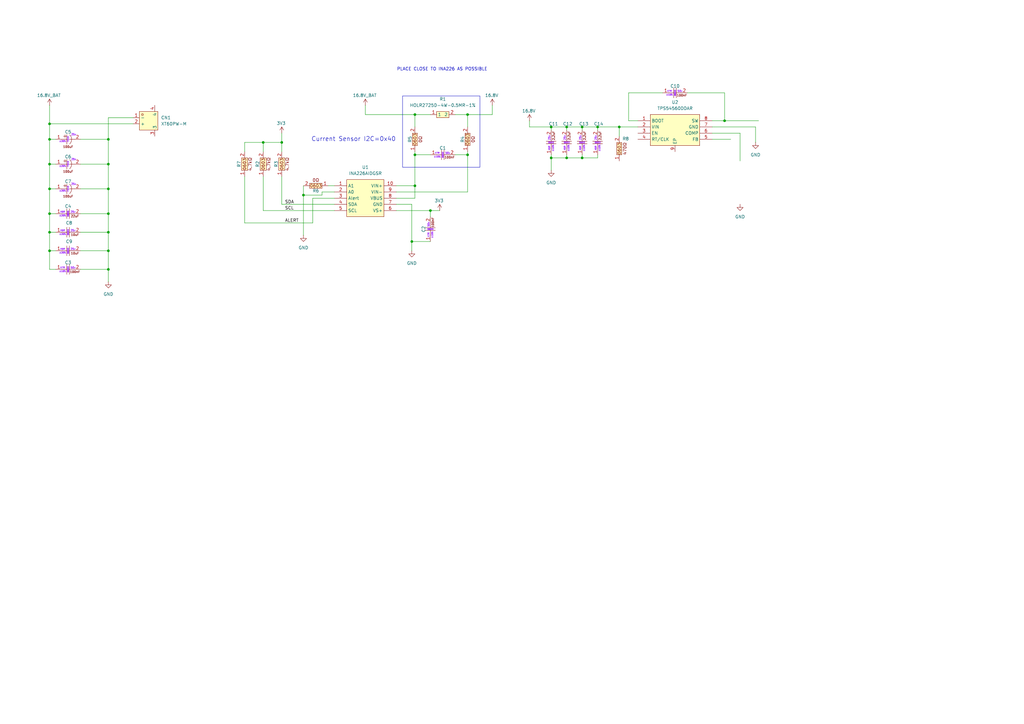
<source format=kicad_sch>
(kicad_sch (version 20250114) (generator "eeschema") (generator_version "9.0")
  (paper "A3")
  (lib_symbols
    (symbol "easyeda2kicad:0603WAF0000T5E (0ohm , 0603)"
      (property "Reference" "R" (at 0 2.032 0))
      (symbol "0603WAF0000T5E (0ohm , 0603)_0_1"
        (rectangle (start -2.54 1.02) (end 2.54 -1.02) (fill (type background)))
        (pin input line (at -5.08 0 0) (length 2.54) (name "") (number "1"))
        (pin input line (at 5.08 0 180) (length 2.54) (name "") (number "2"))
      )
      (symbol "0603WAF0000T5E (0ohm , 0603)_1_1"
        (text "0603" (at 0 0 0) (effects (font (size 1.27 1.27))))
        (text "0Ω" (at 0 -2.286 0) (effects (font (size 1.27 1.27))))
      )
    )
    (symbol "easyeda2kicad:0603WAF4423T5E (442kohm ,0603)"
      (property "Reference" "R" (at 0 5.08 0))
      (symbol "0603WAF4423T5E (442kohm ,0603)_0_1"
        (rectangle (start -2.54 1.02) (end 2.54 -1.02) (fill (type background)))
        (pin input line (at -5.08 0 0) (length 2.54) (name "") (number "1"))
        (pin input line (at 5.08 0 180) (length 2.54) (name "") (number "2"))
      )
      (symbol "0603WAF4423T5E (442kohm ,0603)_1_1"
        (text "0603" (at 0 0 0) (effects (font (size 1.27 1.27))))
        (text "470Ω" (at 0 -2.286 0) (effects (font (size 1.27 1.27))))
      )
    )
    (symbol "easyeda2kicad:CC0603KRX7R9BB104 (100nf , 0603 ,50v ,X7R)"
      (property "Reference" "C" (at 0 2.794 0))
      (symbol "CC0603KRX7R9BB104 (100nf , 0603 ,50v ,X7R)_0_1"
        (polyline (pts (xy -0.51 0) (xy -2.54 0)))
        (polyline (pts (xy -0.51 -2.03) (xy -0.51 2.03)))
        (polyline (pts (xy 0.51 2.03) (xy 0.51 -2.03)))
        (polyline (pts (xy 2.54 0) (xy 0.51 0)))
        (pin unspecified line (at -5.08 0 0) (length 2.54) (name "") (number "1"))
        (pin unspecified line (at 5.08 0 180) (length 2.54) (name "") (number "2"))
      )
      (symbol "CC0603KRX7R9BB104 (100nf , 0603 ,50v ,X7R)_1_1"
        (text "X7R" (at -2.286 0.762 0) (effects (font (size 0.635 0.635))))
        (text "±10%" (at -2.286 -0.762 0) (effects (font (size 0.635 0.635))))
        (text "0603" (at 0 0 900) (effects (font (size 0.635 0.635))))
        (text "50v" (at 2.032 0.762 0) (effects (font (size 0.762 0.762))))
        (text "100nF" (at 2.794 -1.016 0) (effects (font (size 0.889 0.889))))
      )
    )
    (symbol "easyeda2kicad:CL10A106MA8NRNC (10uf , 0603 ,25v ,X5R)"
      (property "Reference" "C" (at 0 5.08 0))
      (symbol "CL10A106MA8NRNC (10uf , 0603 ,25v ,X5R)_0_1"
        (polyline (pts (xy -0.51 0) (xy -2.54 0)))
        (polyline (pts (xy -0.51 -2.03) (xy -0.51 2.03)))
        (polyline (pts (xy 0.51 2.03) (xy 0.51 -2.03)))
        (polyline (pts (xy 2.54 0) (xy 0.51 0)))
        (pin unspecified line (at -5.08 0 0) (length 2.54) (name "") (number "1"))
        (pin unspecified line (at 5.08 0 180) (length 2.54) (name "") (number "2"))
      )
      (symbol "CL10A106MA8NRNC (10uf , 0603 ,25v ,X5R)_1_1"
        (text "X5R" (at -2.286 0.762 0) (effects (font (size 0.635 0.635))))
        (text "±20%" (at -2.286 -0.762 0) (effects (font (size 0.635 0.635))))
        (text "0603" (at 0 0 900) (effects (font (size 0.635 0.635))))
        (text "25v" (at 2.032 0.762 0) (effects (font (size 0.762 0.762))))
        (text "10uF" (at 2.794 -1.016 0) (effects (font (size 0.889 0.889))))
      )
    )
    (symbol "easyeda2kicad:CL10A225KA8NNNC (2.2uf , 0603 ,25v ,X5R)"
      (property "Reference" "C" (at 0 5.08 0))
      (symbol "CL10A225KA8NNNC (2.2uf , 0603 ,25v ,X5R)_0_1"
        (polyline (pts (xy -0.51 0) (xy -2.54 0)))
        (polyline (pts (xy -0.51 -2.03) (xy -0.51 2.03)))
        (polyline (pts (xy 0.51 2.03) (xy 0.51 -2.03)))
        (polyline (pts (xy 2.54 0) (xy 0.51 0)))
        (pin unspecified line (at -5.08 0 0) (length 2.54) (name "") (number "1"))
        (pin unspecified line (at 5.08 0 180) (length 2.54) (name "") (number "2"))
      )
      (symbol "CL10A225KA8NNNC (2.2uf , 0603 ,25v ,X5R)_1_1"
        (text "X5R" (at -2.286 0.762 0) (effects (font (size 0.635 0.635))))
        (text "±10%" (at -2.286 -0.762 0) (effects (font (size 0.635 0.635))))
        (text "0603" (at 0 0 900) (effects (font (size 0.635 0.635))))
        (text "25v" (at 2.032 0.762 0) (effects (font (size 0.762 0.762))))
        (text "2.2uF" (at 2.794 -1.016 0) (effects (font (size 0.889 0.889))))
      )
    )
    (symbol "easyeda2kicad:CL21A226MAYNNNE (22uf , 0805 ,25v ,X5R)"
      (property "Reference" "C" (at 0 3.048 0))
      (symbol "CL21A226MAYNNNE (22uf , 0805 ,25v ,X5R)_0_1"
        (polyline (pts (xy -0.51 0) (xy -2.54 0)))
        (polyline (pts (xy -0.51 -2.03) (xy -0.51 2.03)))
        (polyline (pts (xy 0.51 2.03) (xy 0.51 -2.03)))
        (polyline (pts (xy 2.54 0) (xy 0.51 0)))
        (pin unspecified line (at -5.08 0 0) (length 2.54) (name "") (number "1"))
        (pin unspecified line (at 5.08 0 180) (length 2.54) (name "") (number "2"))
      )
      (symbol "CL21A226MAYNNNE (22uf , 0805 ,25v ,X5R)_1_1"
        (text "X5R" (at -2.286 0.762 0) (effects (font (size 0.635 0.635))))
        (text "±20%" (at -2.286 -0.762 0) (effects (font (size 0.635 0.635))))
        (text "0805" (at 0 0 900) (effects (font (size 0.635 0.635))))
        (text "25v" (at 2.032 0.762 0) (effects (font (size 0.762 0.762))))
        (text "22uF" (at 2.794 -1.016 0) (effects (font (size 0.889 0.889))))
      )
    )
    (symbol "easyeda2kicad:FRC0603F4701TS (4.7kohm , 0603)"
      (property "Reference" "R" (at 0 2.286 0))
      (symbol "FRC0603F4701TS (4.7kohm , 0603)_0_1"
        (rectangle (start -2.54 1.27) (end 2.54 -1.27) (fill (type background)))
        (pin unspecified line (at -5.08 0 0) (length 2.54) (name "") (number "1"))
        (pin unspecified line (at 5.08 0 180) (length 2.54) (name "") (number "2"))
      )
      (symbol "FRC0603F4701TS (4.7kohm , 0603)_1_1"
        (text "0603" (at 0 0 0) (effects (font (size 1.27 1.27))))
        (text "4.7kΩ" (at 0 -2.286 0) (effects (font (size 1.27 1.27))))
      )
    )
    (symbol "easyeda2kicad:HOLR2725D-4W-0.5MR-1%"
      (property "Reference" "R" (at 0 5.08 0))
      (property "Value" "HOLR2725D-4W-0.5MR-1%" (at 0 -5.08 0))
      (symbol "HOLR2725D-4W-0.5MR-1%_0_1"
        (rectangle (start -2.54 1.27) (end 2.54 -1.27) (fill (type background)))
        (pin unspecified line (at -5.08 0 0) (length 2.54) (name "1") (number "1"))
        (pin unspecified line (at 5.08 0 180) (length 2.54) (name "2") (number "2"))
      )
    )
    (symbol "easyeda2kicad:INA226AIDGSR"
      (property "Reference" "U" (at 0 10.16 0))
      (property "Value" "INA226AIDGSR" (at 0 -10.16 0))
      (symbol "INA226AIDGSR_0_1"
        (rectangle (start -7.62 7.62) (end 7.62 -7.62) (fill (type background)))
        (pin unspecified line (at -12.7 5.08 0) (length 5.08) (name "A1") (number "1"))
        (pin unspecified line (at -12.7 2.54 0) (length 5.08) (name "A0") (number "2"))
        (pin unspecified line (at -12.7 0 0) (length 5.08) (name "Alert") (number "3"))
        (pin unspecified line (at -12.7 -2.54 0) (length 5.08) (name "SDA") (number "4"))
        (pin unspecified line (at -12.7 -5.08 0) (length 5.08) (name "SCL") (number "5"))
        (pin unspecified line (at 12.7 5.08 180) (length 5.08) (name "VIN+") (number "10"))
        (pin unspecified line (at 12.7 2.54 180) (length 5.08) (name "VIN-") (number "9"))
        (pin unspecified line (at 12.7 0 180) (length 5.08) (name "VBUS") (number "8"))
        (pin unspecified line (at 12.7 -2.54 180) (length 5.08) (name "GND") (number "7"))
        (pin unspecified line (at 12.7 -5.08 180) (length 5.08) (name "VS+") (number "6"))
      )
    )
    (symbol "easyeda2kicad:T521D107M025ATE040 (100uf , 7343 , 25v , tantalom)"
      (property "Reference" "C" (at 0 3.048 0))
      (symbol "T521D107M025ATE040 (100uf , 7343 , 25v , tantalom)_0_1"
        (polyline (pts (xy -1.905 1.27) (xy -0.635 1.27)))
        (polyline (pts (xy -1.27 1.905) (xy -1.27 0.635)))
        (arc (start 0.635 1.905) (mid 1.4241 0) (end 0.635 -1.905))
        (polyline (pts (xy -0.51 0) (xy -2.54 0)))
        (polyline (pts (xy -0.51 -2.03) (xy -0.51 2.03)))
        (polyline (pts (xy 2.54 0) (xy 0.51 0)))
        (pin unspecified line (at -5.08 0 0) (length 2.54) (name "") (number "1"))
        (pin unspecified line (at 5.08 0 180) (length 2.54) (name "") (number "2"))
      )
      (symbol "T521D107M025ATE040 (100uf , 7343 , 25v , tantalom)_1_1"
        (text "±20%" (at -2.286 -0.762 0) (effects (font (size 0.635 0.635))))
        (text "7343" (at 0 0 900) (effects (font (size 0.635 0.635))))
        (text "100uF" (at 0 -3.048 0) (effects (font (size 0.889 0.889))))
        (text "25v" (at 2.286 2.032 0) (effects (font (size 0.762 0.762))))
      )
    )
    (symbol "easyeda2kicad:TPS54560DDAR"
      (property "Reference" "U" (at 0 8.89 0))
      (property "Value" "TPS54560DDAR" (at 0 -13.97 0))
      (symbol "TPS54560DDAR_0_1"
        (rectangle (start -10.16 6.35) (end 10.16 -6.35) (fill (type background)))
        (pin unspecified line (at -15.24 3.81 0) (length 5.08) (name "BOOT") (number "1"))
        (pin unspecified line (at -15.24 1.27 0) (length 5.08) (name "VIN") (number "2"))
        (pin unspecified line (at -15.24 -1.27 0) (length 5.08) (name "EN") (number "3"))
        (pin unspecified line (at -15.24 -3.81 0) (length 5.08) (name "RT/CLK") (number "4"))
        (pin unspecified line (at 0 -8.89 90) (length 2.54) (name "EP") (number "9"))
        (pin unspecified line (at 15.24 3.81 180) (length 5.08) (name "SW") (number "8"))
        (pin unspecified line (at 15.24 1.27 180) (length 5.08) (name "GND") (number "7"))
        (pin unspecified line (at 15.24 -1.27 180) (length 5.08) (name "COMP") (number "6"))
        (pin unspecified line (at 15.24 -3.81 180) (length 5.08) (name "FB") (number "5"))
      )
    )
    (symbol "easyeda2kicad:XT60PW-M"
      (property "Reference" "CN" (at 0 13.97 0))
      (property "Value" "XT60PW-M" (at 0 -8.89 0))
      (symbol "XT60PW-M_0_1"
        (rectangle (start -2.54 6.35) (end 5.08 -1.27) (fill (type background)))
        (circle (center -1.27 5.08) (radius 0.38))
        (pin unspecified line (at -5.08 3.81 0) (length 2.54) (name "-") (number "1"))
        (pin unspecified line (at -5.08 1.27 0) (length 2.54) (name "+") (number "2"))
        (pin unspecified line (at 3.81 8.89 270) (length 2.54) (name "4") (number "4"))
        (pin unspecified line (at 3.81 -3.81 90) (length 2.54) (name "3") (number "3"))
      )
    )
    (symbol "power:+10V" (power) (pin_numbers (hide yes)) (pin_names (offset 0) (hide yes))
      (property "Value" "+10V" (at 0 3.556 0))
      (symbol "+10V_0_1"
        (polyline (pts (xy -0.762 1.27) (xy 0 2.54)))
        (polyline (pts (xy 0 2.54) (xy 0.762 1.27)))
        (polyline (pts (xy 0 0) (xy 0 2.54)))
      )
      (symbol "+10V_1_1"
        (pin power_in line (at 0 0 90) (length 0) (name "~") (number "1"))
      )
    )
    (symbol "power:GND" (power) (pin_numbers (hide yes)) (pin_names (offset 0) (hide yes))
      (property "Value" "GND" (at 0 -3.81 0))
      (symbol "GND_0_1"
        (polyline (pts (xy 0 0) (xy 0 -1.27) (xy 1.27 -1.27) (xy 0 -2.54) (xy -1.27 -1.27) (xy 0 -1.27)))
      )
      (symbol "GND_1_1"
        (pin power_in line (at 0 0 270) (length 0) (name "~") (number "1"))
      )
    )
  )
  (rectangle (start 165.1 39.37) (end 196.85 68.58))
  (text "Current Sensor I2C=0x40" (at 145.034 57.15 0) (effects (font (size 1.778 1.778))))
  (text "PLACE CLOSE TO INA226 AS POSSIBLE" (at 181.356 28.448 0) (effects (font (size 1.27 1.27))))
  (junction (at 20.32 50.8))
  (junction (at 107.95 58.42))
  (junction (at 170.18 46.99))
  (junction (at 44.45 110.49))
  (junction (at 20.32 77.47))
  (junction (at 170.18 63.5))
  (junction (at 238.76 64.77))
  (junction (at 254 52.07))
  (junction (at 168.91 99.06))
  (junction (at 44.45 95.25))
  (junction (at 44.45 77.47))
  (junction (at 238.76 52.07))
  (junction (at 232.41 52.07))
  (junction (at 44.45 102.87))
  (junction (at 226.06 64.77))
  (junction (at 191.77 46.99))
  (junction (at 20.32 87.63))
  (junction (at 44.45 57.15))
  (junction (at 245.11 52.07))
  (junction (at 176.53 86.36))
  (junction (at 232.41 64.77))
  (junction (at 297.18 49.53))
  (junction (at 20.32 57.15))
  (junction (at 191.77 63.5))
  (junction (at 44.45 87.63))
  (junction (at 226.06 52.07))
  (junction (at 170.18 76.2))
  (junction (at 124.46 80.01))
  (junction (at 20.32 102.87))
  (junction (at 115.57 58.42))
  (junction (at 44.45 67.31))
  (junction (at 20.32 67.31))
  (junction (at 20.32 95.25))
  (wire (pts (xy 257.81 38.1) (xy 271.78 38.1)))
  (wire (pts (xy 162.56 86.36) (xy 176.53 86.36)))
  (wire (pts (xy 168.91 99.06) (xy 176.53 99.06)))
  (wire (pts (xy 115.57 58.42) (xy 115.57 62.23)))
  (wire (pts (xy 191.77 46.99) (xy 191.77 52.07)))
  (wire (pts (xy 170.18 63.5) (xy 176.53 63.5)))
  (wire (pts (xy 20.32 110.49) (xy 20.32 102.87)))
  (wire (pts (xy 226.06 64.77) (xy 226.06 69.85)))
  (wire (pts (xy 176.53 86.36) (xy 180.34 86.36)))
  (wire (pts (xy 292.1 54.61) (xy 303.53 54.61)))
  (wire (pts (xy 201.93 43.18) (xy 201.93 46.99)))
  (wire (pts (xy 191.77 78.74) (xy 191.77 63.5)))
  (wire (pts (xy 44.45 87.63) (xy 44.45 95.25)))
  (wire (pts (xy 132.08 78.74) (xy 137.16 78.74)))
  (wire (pts (xy 245.11 63.5) (xy 245.11 64.77)))
  (wire (pts (xy 297.18 38.1) (xy 297.18 49.53)))
  (wire (pts (xy 245.11 64.77) (xy 238.76 64.77)))
  (wire (pts (xy 107.95 58.42) (xy 115.57 58.42)))
  (wire (pts (xy 170.18 62.23) (xy 170.18 63.5)))
  (wire (pts (xy 20.32 43.18) (xy 20.32 50.8)))
  (wire (pts (xy 149.86 43.18) (xy 149.86 46.99)))
  (wire (pts (xy 186.69 63.5) (xy 191.77 63.5)))
  (wire (pts (xy 168.91 99.06) (xy 168.91 102.87)))
  (wire (pts (xy 33.02 57.15) (xy 44.45 57.15)))
  (wire (pts (xy 100.33 91.44) (xy 128.27 91.44)))
  (wire (pts (xy 238.76 64.77) (xy 232.41 64.77)))
  (wire (pts (xy 170.18 63.5) (xy 170.18 76.2)))
  (wire (pts (xy 100.33 58.42) (xy 107.95 58.42)))
  (wire (pts (xy 22.86 95.25) (xy 20.32 95.25)))
  (wire (pts (xy 232.41 52.07) (xy 238.76 52.07)))
  (wire (pts (xy 33.02 102.87) (xy 44.45 102.87)))
  (wire (pts (xy 44.45 57.15) (xy 44.45 67.31)))
  (wire (pts (xy 297.18 49.53) (xy 311.15 49.53)))
  (wire (pts (xy 22.86 77.47) (xy 20.32 77.47)))
  (wire (pts (xy 100.33 72.39) (xy 100.33 91.44)))
  (wire (pts (xy 33.02 87.63) (xy 44.45 87.63)))
  (wire (pts (xy 238.76 63.5) (xy 238.76 64.77)))
  (wire (pts (xy 44.45 102.87) (xy 44.45 110.49)))
  (wire (pts (xy 176.53 88.9) (xy 176.53 86.36)))
  (wire (pts (xy 238.76 53.34) (xy 238.76 52.07)))
  (wire (pts (xy 44.45 48.26) (xy 44.45 57.15)))
  (wire (pts (xy 44.45 67.31) (xy 44.45 77.47)))
  (wire (pts (xy 191.77 46.99) (xy 201.93 46.99)))
  (wire (pts (xy 226.06 52.07) (xy 232.41 52.07)))
  (wire (pts (xy 44.45 95.25) (xy 44.45 102.87)))
  (wire (pts (xy 132.08 80.01) (xy 124.46 80.01)))
  (wire (pts (xy 107.95 58.42) (xy 107.95 62.23)))
  (wire (pts (xy 238.76 52.07) (xy 245.11 52.07)))
  (wire (pts (xy 33.02 77.47) (xy 44.45 77.47)))
  (wire (pts (xy 33.02 67.31) (xy 44.45 67.31)))
  (wire (pts (xy 309.88 52.07) (xy 309.88 58.42)))
  (wire (pts (xy 134.62 76.2) (xy 137.16 76.2)))
  (wire (pts (xy 168.91 83.82) (xy 162.56 83.82)))
  (wire (pts (xy 162.56 76.2) (xy 170.18 76.2)))
  (wire (pts (xy 22.86 57.15) (xy 20.32 57.15)))
  (wire (pts (xy 162.56 78.74) (xy 191.77 78.74)))
  (wire (pts (xy 115.57 83.82) (xy 137.16 83.82)))
  (wire (pts (xy 20.32 87.63) (xy 20.32 77.47)))
  (wire (pts (xy 54.61 50.8) (xy 20.32 50.8)))
  (wire (pts (xy 303.53 54.61) (xy 303.53 66.04)))
  (wire (pts (xy 20.32 57.15) (xy 20.32 50.8)))
  (wire (pts (xy 170.18 81.28) (xy 170.18 76.2)))
  (wire (pts (xy 168.91 83.82) (xy 168.91 99.06)))
  (wire (pts (xy 44.45 110.49) (xy 44.45 115.57)))
  (wire (pts (xy 162.56 81.28) (xy 170.18 81.28)))
  (wire (pts (xy 124.46 80.01) (xy 124.46 96.52)))
  (wire (pts (xy 149.86 46.99) (xy 170.18 46.99)))
  (wire (pts (xy 22.86 87.63) (xy 20.32 87.63)))
  (wire (pts (xy 245.11 53.34) (xy 245.11 52.07)))
  (wire (pts (xy 115.57 83.82) (xy 115.57 72.39)))
  (wire (pts (xy 44.45 77.47) (xy 44.45 87.63)))
  (wire (pts (xy 22.86 110.49) (xy 20.32 110.49)))
  (wire (pts (xy 33.02 95.25) (xy 44.45 95.25)))
  (wire (pts (xy 170.18 46.99) (xy 176.53 46.99)))
  (wire (pts (xy 292.1 52.07) (xy 309.88 52.07)))
  (wire (pts (xy 217.17 52.07) (xy 226.06 52.07)))
  (wire (pts (xy 107.95 86.36) (xy 137.16 86.36)))
  (wire (pts (xy 137.16 81.28) (xy 128.27 81.28)))
  (wire (pts (xy 245.11 52.07) (xy 254 52.07)))
  (wire (pts (xy 226.06 64.77) (xy 226.06 63.5)))
  (wire (pts (xy 254 52.07) (xy 261.62 52.07)))
  (wire (pts (xy 254 52.07) (xy 254 55.88)))
  (wire (pts (xy 20.32 67.31) (xy 20.32 57.15)))
  (wire (pts (xy 20.32 95.25) (xy 20.32 87.63)))
  (wire (pts (xy 22.86 102.87) (xy 20.32 102.87)))
  (wire (pts (xy 170.18 46.99) (xy 170.18 52.07)))
  (wire (pts (xy 281.94 38.1) (xy 297.18 38.1)))
  (wire (pts (xy 292.1 57.15) (xy 299.72 57.15)))
  (wire (pts (xy 191.77 63.5) (xy 191.77 62.23)))
  (wire (pts (xy 115.57 54.61) (xy 115.57 58.42)))
  (wire (pts (xy 186.69 46.99) (xy 191.77 46.99)))
  (wire (pts (xy 226.06 53.34) (xy 226.06 52.07)))
  (wire (pts (xy 132.08 78.74) (xy 132.08 80.01)))
  (wire (pts (xy 261.62 49.53) (xy 257.81 49.53)))
  (wire (pts (xy 33.02 110.49) (xy 44.45 110.49)))
  (wire (pts (xy 232.41 64.77) (xy 232.41 63.5)))
  (wire (pts (xy 232.41 53.34) (xy 232.41 52.07)))
  (wire (pts (xy 22.86 67.31) (xy 20.32 67.31)))
  (wire (pts (xy 257.81 49.53) (xy 257.81 38.1)))
  (wire (pts (xy 54.61 48.26) (xy 44.45 48.26)))
  (wire (pts (xy 100.33 62.23) (xy 100.33 58.42)))
  (wire (pts (xy 20.32 102.87) (xy 20.32 95.25)))
  (wire (pts (xy 20.32 77.47) (xy 20.32 67.31)))
  (wire (pts (xy 107.95 72.39) (xy 107.95 86.36)))
  (wire (pts (xy 232.41 64.77) (xy 226.06 64.77)))
  (wire (pts (xy 292.1 49.53) (xy 297.18 49.53)))
  (wire (pts (xy 124.46 76.2) (xy 124.46 80.01)))
  (wire (pts (xy 217.17 49.53) (xy 217.17 52.07)))
  (wire (pts (xy 128.27 81.28) (xy 128.27 91.44)))
  (label "ALERT" (at 116.84 91.44 0))
  (label "SCL" (at 116.84 86.36 0))
  (label "SDA" (at 116.84 83.82 0))
  (symbol (lib_id "easyeda2kicad:0603WAF4423T5E (442kohm ,0603)") (at 254 60.96 90) (unit 1)
    (property "Reference" "R8" (at 255.27 56.896 90) (effects (justify right)))
    (property "Value" "0603WAF4423T5E" (effects (hide yes)))
    (property "Footprint" "easyeda2kicad:R0603" (effects (hide yes)))
    (property "Datasheet" "https://lcsc.com/product-detail/Chip-Resistor-Surface-Mount-UniOhm_442KR-4423-1_C23175.html" (effects (hide yes)))
    (property "Description" "Resistors 442kΩ ±1% 100mW 0603 Thick Film Resistor" (effects (hide yes)))
    (property "LCSC Part" "C23175" (effects (hide yes)))
  )
  (symbol (lib_id "power:GND") (at 309.88 58.42 0) (unit 1)
    (property "Reference" "#PWR01" (effects (hide yes)))
    (property "Value" "GND" (at 309.88 63.5 0))
    (property "Description" "Power symbol creates a global label with name \"GND\" , ground" (effects (hide yes)))
  )
  (symbol (lib_id "power:GND") (at 168.91 102.87 0) (unit 1)
    (property "Reference" "#PWR02" (effects (hide yes)))
    (property "Value" "GND" (at 168.91 107.95 0))
    (property "Description" "Power symbol creates a global label with name \"GND\" , ground" (effects (hide yes)))
  )
  (symbol (lib_id "easyeda2kicad:CL10A106MA8NRNC (10uf , 0603 ,25v ,X5R)") (at 27.94 95.25 0) (unit 1)
    (property "Reference" "C8" (at 28.3397 91.44 0))
    (property "Value" "CL10A106MA8NRNC (10uf , 0603 ,25v ,X5R)" (effects (hide yes)))
    (property "Footprint" "easyeda2kicad:C0603" (effects (hide yes)))
    (property "Datasheet" "https://lcsc.com/product-detail/Multilayer-Ceramic-Capacitors-MLCC-SMD-SMT_SAMSUNG_CL10A106MA8NRNC_10uF-106-20-25V_C96446.html" (effects (hide yes)))
    (property "Description" "Capacitors 10uF ±20% 25V Ceramic Capacitor X5R 0603" (effects (hide yes)))
    (property "LCSC Part" "C96446" (effects (hide yes)))
  )
  (symbol (lib_id "power:+10V") (at 180.34 86.36 0) (unit 1)
    (property "Reference" "#PWR03" (effects (hide yes)))
    (property "Value" "3V3" (at 180.086 82.296 0))
    (property "Description" "Power symbol creates a global label with name \"+10V\"" (effects (hide yes)))
  )
  (symbol (lib_id "power:GND") (at 303.53 83.82 0) (unit 1)
    (property "Reference" "#PWR010" (effects (hide yes)))
    (property "Value" "GND" (at 303.53 88.9 0))
    (property "Description" "Power symbol creates a global label with name \"GND\" , ground" (effects (hide yes)))
  )
  (symbol (lib_id "easyeda2kicad:CL10A225KA8NNNC (2.2uf , 0603 ,25v ,X5R)") (at 238.76 58.42 90) (unit 1)
    (property "Reference" "C13" (at 237.49 50.8 90) (effects (justify right)))
    (property "Value" "CL10A225KA8NNNC" (effects (hide yes)))
    (property "Footprint" "easyeda2kicad:C0603" (effects (hide yes)))
    (property "Datasheet" "https://lcsc.com/product-detail/Multilayer-Ceramic-Capacitors-MLCC-SMD-SMT_SAMSUNG_CL10A225KA8NNNC_2-2uF-225-10-25V_C57895.html" (effects (hide yes)))
    (property "Description" "Capacitors 2.2uF ±10% 25V Ceramic Capacitor X5R 0603" (effects (hide yes)))
    (property "LCSC Part" "C57895" (effects (hide yes)))
  )
  (symbol (lib_id "easyeda2kicad:FRC0603F4701TS (4.7kohm , 0603)") (at 115.57 67.31 90) (unit 1)
    (property "Reference" "R3" (at 113.284 67.31 0))
    (property "Value" "FRC0603F4701TS (4.7kohm , 0603)" (effects (hide yes)))
    (property "Footprint" "easyeda2kicad:R0603" (effects (hide yes)))
    (property "Description" "4.7kΩ ±1% 100mW 0603 Thick Film Resistor" (effects (hide yes)))
    (property "LCSC Part" "C2907034" (effects (hide yes)))
  )
  (symbol (lib_id "easyeda2kicad:XT60PW-M") (at 59.69 52.07 0) (unit 1)
    (property "Reference" "CN1" (at 66.04 48.2599 0) (effects (justify left)))
    (property "Value" "XT60PW-M" (at 66.04 50.7999 0) (effects (justify left)))
    (property "Footprint" "easyeda2kicad:CONN-TH_XT60PW-M" (effects (hide yes)))
    (property "LCSC Part" "C98732" (effects (hide yes)))
  )
  (symbol (lib_id "power:+10V") (at 115.57 54.61 0) (unit 1)
    (property "Reference" "#PWR07" (effects (hide yes)))
    (property "Value" "3V3" (at 115.316 50.546 0))
    (property "Description" "Power symbol creates a global label with name \"+10V\"" (effects (hide yes)))
  )
  (symbol (lib_id "easyeda2kicad:CL21A226MAYNNNE (22uf , 0805 ,25v ,X5R)") (at 27.94 87.63 0) (unit 1)
    (property "Reference" "C4" (at 27.94 84.582 0))
    (property "Value" "CL21A226MAYNNNE (22uf , 0805 ,25v ,X5R)" (effects (hide yes)))
    (property "Footprint" "easyeda2kicad:C0805" (effects (hide yes)))
    (property "Datasheet" "https://lcsc.com/product-detail/Multilayer-Ceramic-Capacitors-MLCC-SMD-SMT_Samsung-Electro-Mechanics-CL21A226MAYNNNE_C602037.html" (effects (hide yes)))
    (property "Description" "22uF ±20% 25V Ceramic Capacitor X5R 0805" (effects (hide yes)))
    (property "LCSC Part" "C602037" (effects (hide yes)))
  )
  (symbol (lib_id "easyeda2kicad:CC0603KRX7R9BB104 (100nf , 0603 ,50v ,X7R)") (at 27.94 110.49 0) (unit 1)
    (property "Reference" "C3" (at 27.94 107.696 0))
    (property "Value" "CC0603KRX7R9BB104 (100nf , 0603 ,50v ,X7R)" (effects (hide yes)))
    (property "Footprint" "easyeda2kicad:C0603" (effects (hide yes)))
    (property "Datasheet" "https://lcsc.com/product-detail/Multilayer-Ceramic-Capacitors-MLCC-SMD-SMT_100nF-104-10-50V_C14663.html" (effects (hide yes)))
    (property "Description" "100nF ±10% 50V Ceramic Capacitor X7R 0603" (effects (hide yes)))
    (property "LCSC Part" "C14663" (effects (hide yes)))
  )
  (symbol (lib_id "easyeda2kicad:0603WAF0000T5E (0ohm , 0603)") (at 191.77 57.15 90) (unit 1)
    (property "Reference" "R4" (at 189.738 57.15 0))
    (property "Value" "603WAF0000T5E (0ohm , 0603)" (effects (hide yes)))
    (property "Footprint" "easyeda2kicad:R0603" (effects (hide yes)))
    (property "Datasheet" "https://lcsc.com/product-detail/Chip-Resistor-Surface-Mount-UniOhm_0R-0R0-1_C21189.html" (effects (hide yes)))
    (property "Description" "0Ω ±1% 100mW 0603 Thick Film Resistor" (effects (hide yes)))
    (property "LCSC Part" "C21189" (effects (hide yes)))
  )
  (symbol (lib_id "easyeda2kicad:TPS54560DDAR") (at 276.86 53.34 0) (unit 1)
    (property "Reference" "U2" (at 276.86 41.91 0))
    (property "Value" "TPS54560DDAR" (at 276.86 44.45 0))
    (property "Footprint" "easyeda2kicad:SOIC-8_L5.0-W4.0-P1.27-LS6.0-BL-EP2.0" (effects (hide yes)))
    (property "Datasheet" "https://lcsc.com/product-detail/DC-DC-Converters_TI_TPS54560DDAR_TPS54560DDAR_C31966.html" (effects (hide yes)))
    (property "LCSC Part" "C31966" (effects (hide yes)))
  )
  (symbol (lib_id "power:GND") (at 124.46 96.52 0) (unit 1)
    (property "Reference" "#PWR06" (effects (hide yes)))
    (property "Value" "GND" (at 124.46 101.6 0))
    (property "Description" "Power symbol creates a global label with name \"GND\" , ground" (effects (hide yes)))
  )
  (symbol (lib_id "easyeda2kicad:0603WAF0000T5E (0ohm , 0603)") (at 170.18 57.15 90) (unit 1)
    (property "Reference" "R5" (at 168.148 57.15 0))
    (property "Value" "603WAF0000T5E (0ohm , 0603)" (effects (hide yes)))
    (property "Footprint" "easyeda2kicad:R0603" (effects (hide yes)))
    (property "Datasheet" "https://lcsc.com/product-detail/Chip-Resistor-Surface-Mount-UniOhm_0R-0R0-1_C21189.html" (effects (hide yes)))
    (property "Description" "0Ω ±1% 100mW 0603 Thick Film Resistor" (effects (hide yes)))
    (property "LCSC Part" "C21189" (effects (hide yes)))
  )
  (symbol (lib_id "power:+10V") (at 20.32 43.18 0) (unit 1)
    (property "Reference" "#PWR08" (effects (hide yes)))
    (property "Value" "16.8V_BAT" (at 20.066 39.116 0))
    (property "Description" "Power symbol creates a global label with name \"+10V\"" (effects (hide yes)))
  )
  (symbol (lib_id "easyeda2kicad:FRC0603F4701TS (4.7kohm , 0603)") (at 100.33 67.31 90) (unit 1)
    (property "Reference" "R7" (at 98.044 67.31 0))
    (property "Value" "FRC0603F4701TS (4.7kohm , 0603)" (effects (hide yes)))
    (property "Footprint" "easyeda2kicad:R0603" (effects (hide yes)))
    (property "Description" "4.7kΩ ±1% 100mW 0603 Thick Film Resistor" (effects (hide yes)))
    (property "LCSC Part" "C2907034" (effects (hide yes)))
  )
  (symbol (lib_id "power:+10V") (at 217.17 49.53 0) (unit 1)
    (property "Reference" "#PWR012" (effects (hide yes)))
    (property "Value" "16.8V" (at 216.916 45.466 0))
    (property "Description" "Power symbol creates a global label with name \"+10V\"" (effects (hide yes)))
  )
  (symbol (lib_id "power:GND") (at 44.45 115.57 0) (unit 1)
    (property "Reference" "#PWR09" (effects (hide yes)))
    (property "Value" "GND" (at 44.45 120.65 0))
    (property "Description" "Power symbol creates a global label with name \"GND\" , ground" (effects (hide yes)))
  )
  (symbol (lib_id "easyeda2kicad:HOLR2725D-4W-0.5MR-1%") (at 181.61 46.99 0) (unit 1)
    (property "Reference" "R1" (at 181.61 40.64 0))
    (property "Value" "HOLR2725D-4W-0.5MR-1%" (at 181.61 43.18 0))
    (property "Footprint" "easyeda2kicad:R2725" (effects (hide yes)))
    (property "Datasheet" "https://lcsc.com/product-detail/Low-Resistors-Current-Sense-Resistors-Surface-Mount_Milliohm-HoLR2725D-4W-0-5mR-1_C500744.html" (effects (hide yes)))
    (property "LCSC Part" "C500744" (effects (hide yes)))
  )
  (symbol (lib_id "easyeda2kicad:CL10A225KA8NNNC (2.2uf , 0603 ,25v ,X5R)") (at 245.11 58.42 90) (unit 1)
    (property "Reference" "C14" (at 243.586 50.8 90) (effects (justify right)))
    (property "Value" "CL10A225KA8NNNC" (effects (hide yes)))
    (property "Footprint" "easyeda2kicad:C0603" (effects (hide yes)))
    (property "Datasheet" "https://lcsc.com/product-detail/Multilayer-Ceramic-Capacitors-MLCC-SMD-SMT_SAMSUNG_CL10A225KA8NNNC_2-2uF-225-10-25V_C57895.html" (effects (hide yes)))
    (property "Description" "Capacitors 2.2uF ±10% 25V Ceramic Capacitor X5R 0603" (effects (hide yes)))
    (property "LCSC Part" "C57895" (effects (hide yes)))
  )
  (symbol (lib_id "easyeda2kicad:T521D107M025ATE040 (100uf , 7343 , 25v , tantalom)") (at 27.94 77.47 0) (unit 1)
    (property "Reference" "C7" (at 27.94 74.422 0))
    (property "Value" "T521D107M025ATE040 (100uf , 7343 , 25v , tantalom)" (effects (hide yes)))
    (property "Footprint" "easyeda2kicad:CAP-SMD_L7.3-W4.3_H2.8" (effects (hide yes)))
    (property "Datasheet" "https://lcsc.com/product-detail/Tantalum-Capacitors_KEMET-T521D107M025ATE040_C696814.html" (effects (hide yes)))
    (property "Description" "100uF ±20% 25V Tantalum Capacitors 40mΩ@100kHz CASE-D-7343" (effects (hide yes)))
    (property "LCSC Part" "C696814" (effects (hide yes)))
  )
  (symbol (lib_id "power:+10V") (at 149.86 43.18 0) (unit 1)
    (property "Reference" "#PWR04" (effects (hide yes)))
    (property "Value" "16.8V_BAT" (at 149.606 39.116 0))
    (property "Description" "Power symbol creates a global label with name \"+10V\"" (effects (hide yes)))
  )
  (symbol (lib_id "easyeda2kicad:CL10A225KA8NNNC (2.2uf , 0603 ,25v ,X5R)") (at 232.41 58.42 90) (unit 1)
    (property "Reference" "C12" (at 230.886 50.8 90) (effects (justify right)))
    (property "Value" "CL10A225KA8NNNC" (effects (hide yes)))
    (property "Footprint" "easyeda2kicad:C0603" (effects (hide yes)))
    (property "Datasheet" "https://lcsc.com/product-detail/Multilayer-Ceramic-Capacitors-MLCC-SMD-SMT_SAMSUNG_CL10A225KA8NNNC_2-2uF-225-10-25V_C57895.html" (effects (hide yes)))
    (property "Description" "Capacitors 2.2uF ±10% 25V Ceramic Capacitor X5R 0603" (effects (hide yes)))
    (property "LCSC Part" "C57895" (effects (hide yes)))
  )
  (symbol (lib_id "easyeda2kicad:CC0603KRX7R9BB104 (100nf , 0603 ,50v ,X7R)") (at 276.86 38.1 0) (unit 1)
    (property "Reference" "C10" (at 276.86 35.306 0))
    (property "Value" "CC0603KRX7R9BB104 (100nf , 0603 ,50v ,X7R)" (effects (hide yes)))
    (property "Footprint" "easyeda2kicad:C0603" (effects (hide yes)))
    (property "Datasheet" "https://lcsc.com/product-detail/Multilayer-Ceramic-Capacitors-MLCC-SMD-SMT_100nF-104-10-50V_C14663.html" (effects (hide yes)))
    (property "Description" "100nF ±10% 50V Ceramic Capacitor X7R 0603" (effects (hide yes)))
    (property "LCSC Part" "C14663" (effects (hide yes)))
  )
  (symbol (lib_id "easyeda2kicad:CC0603KRX7R9BB104 (100nf , 0603 ,50v ,X7R)") (at 176.53 93.98 90) (unit 1)
    (property "Reference" "C2" (at 173.736 93.98 0))
    (property "Value" "CC0603KRX7R9BB104 (100nf , 0603 ,50v ,X7R)" (effects (hide yes)))
    (property "Footprint" "easyeda2kicad:C0603" (effects (hide yes)))
    (property "Datasheet" "https://lcsc.com/product-detail/Multilayer-Ceramic-Capacitors-MLCC-SMD-SMT_100nF-104-10-50V_C14663.html" (effects (hide yes)))
    (property "Description" "100nF ±10% 50V Ceramic Capacitor X7R 0603" (effects (hide yes)))
    (property "LCSC Part" "C14663" (effects (hide yes)))
  )
  (symbol (lib_id "easyeda2kicad:CC0603KRX7R9BB104 (100nf , 0603 ,50v ,X7R)") (at 181.61 63.5 0) (unit 1)
    (property "Reference" "C1" (at 181.61 60.706 0))
    (property "Value" "CC0603KRX7R9BB104 (100nf , 0603 ,50v ,X7R)" (effects (hide yes)))
    (property "Footprint" "easyeda2kicad:C0603" (effects (hide yes)))
    (property "Datasheet" "https://lcsc.com/product-detail/Multilayer-Ceramic-Capacitors-MLCC-SMD-SMT_100nF-104-10-50V_C14663.html" (effects (hide yes)))
    (property "Description" "100nF ±10% 50V Ceramic Capacitor X7R 0603" (effects (hide yes)))
    (property "LCSC Part" "C14663" (effects (hide yes)))
  )
  (symbol (lib_id "easyeda2kicad:T521D107M025ATE040 (100uf , 7343 , 25v , tantalom)") (at 27.94 57.15 0) (unit 1)
    (property "Reference" "C5" (at 27.94 54.102 0))
    (property "Value" "T521D107M025ATE040 (100uf , 7343 , 25v , tantalom)" (effects (hide yes)))
    (property "Footprint" "easyeda2kicad:CAP-SMD_L7.3-W4.3_H2.8" (effects (hide yes)))
    (property "Datasheet" "https://lcsc.com/product-detail/Tantalum-Capacitors_KEMET-T521D107M025ATE040_C696814.html" (effects (hide yes)))
    (property "Description" "100uF ±20% 25V Tantalum Capacitors 40mΩ@100kHz CASE-D-7343" (effects (hide yes)))
    (property "LCSC Part" "C696814" (effects (hide yes)))
  )
  (symbol (lib_id "power:+10V") (at 201.93 43.18 0) (unit 1)
    (property "Reference" "#PWR05" (effects (hide yes)))
    (property "Value" "16.8V" (at 201.676 39.116 0))
    (property "Description" "Power symbol creates a global label with name \"+10V\"" (effects (hide yes)))
  )
  (symbol (lib_id "easyeda2kicad:0603WAF0000T5E (0ohm , 0603)") (at 129.54 76.2 180) (unit 1)
    (property "Reference" "R6" (at 129.54 78.232 0))
    (property "Value" "603WAF0000T5E (0ohm , 0603)" (effects (hide yes)))
    (property "Footprint" "easyeda2kicad:R0603" (effects (hide yes)))
    (property "Datasheet" "https://lcsc.com/product-detail/Chip-Resistor-Surface-Mount-UniOhm_0R-0R0-1_C21189.html" (effects (hide yes)))
    (property "Description" "0Ω ±1% 100mW 0603 Thick Film Resistor" (effects (hide yes)))
    (property "LCSC Part" "C21189" (effects (hide yes)))
  )
  (symbol (lib_id "easyeda2kicad:T521D107M025ATE040 (100uf , 7343 , 25v , tantalom)") (at 27.94 67.31 0) (unit 1)
    (property "Reference" "C6" (at 27.94 64.262 0))
    (property "Value" "T521D107M025ATE040 (100uf , 7343 , 25v , tantalom)" (effects (hide yes)))
    (property "Footprint" "easyeda2kicad:CAP-SMD_L7.3-W4.3_H2.8" (effects (hide yes)))
    (property "Datasheet" "https://lcsc.com/product-detail/Tantalum-Capacitors_KEMET-T521D107M025ATE040_C696814.html" (effects (hide yes)))
    (property "Description" "100uF ±20% 25V Tantalum Capacitors 40mΩ@100kHz CASE-D-7343" (effects (hide yes)))
    (property "LCSC Part" "C696814" (effects (hide yes)))
  )
  (symbol (lib_id "easyeda2kicad:CL10A106MA8NRNC (10uf , 0603 ,25v ,X5R)") (at 27.94 102.87 0) (unit 1)
    (property "Reference" "C9" (at 28.3397 99.06 0))
    (property "Value" "CL10A106MA8NRNC (10uf , 0603 ,25v ,X5R)" (effects (hide yes)))
    (property "Footprint" "easyeda2kicad:C0603" (effects (hide yes)))
    (property "Datasheet" "https://lcsc.com/product-detail/Multilayer-Ceramic-Capacitors-MLCC-SMD-SMT_SAMSUNG_CL10A106MA8NRNC_10uF-106-20-25V_C96446.html" (effects (hide yes)))
    (property "Description" "Capacitors 10uF ±20% 25V Ceramic Capacitor X5R 0603" (effects (hide yes)))
    (property "LCSC Part" "C96446" (effects (hide yes)))
  )
  (symbol (lib_id "power:GND") (at 226.06 69.85 0) (unit 1)
    (property "Reference" "#PWR011" (effects (hide yes)))
    (property "Value" "GND" (at 226.06 74.93 0))
    (property "Description" "Power symbol creates a global label with name \"GND\" , ground" (effects (hide yes)))
  )
  (symbol (lib_id "easyeda2kicad:INA226AIDGSR") (at 149.86 81.28 0) (unit 1)
    (property "Reference" "U1" (at 149.86 68.58 0))
    (property "Value" "INA226AIDGSR" (at 149.86 71.12 0))
    (property "Footprint" "easyeda2kicad:MSOP-10_L3.0-W3.0-P0.50-LS5.0-BL" (effects (hide yes)))
    (property "Datasheet" "https://lcsc.com/product-detail/PMIC-Current-Regulation_TI_INA226AIDGSR_INA226AIDGSR_C49851.html" (effects (hide yes)))
    (property "LCSC Part" "C49851" (effects (hide yes)))
  )
  (symbol (lib_id "easyeda2kicad:CL10A225KA8NNNC (2.2uf , 0603 ,25v ,X5R)") (at 226.06 58.42 90) (unit 1)
    (property "Reference" "C11" (at 225.044 50.8 90) (effects (justify right)))
    (property "Value" "CL10A225KA8NNNC" (effects (hide yes)))
    (property "Footprint" "easyeda2kicad:C0603" (effects (hide yes)))
    (property "Datasheet" "https://lcsc.com/product-detail/Multilayer-Ceramic-Capacitors-MLCC-SMD-SMT_SAMSUNG_CL10A225KA8NNNC_2-2uF-225-10-25V_C57895.html" (effects (hide yes)))
    (property "Description" "Capacitors 2.2uF ±10% 25V Ceramic Capacitor X5R 0603" (effects (hide yes)))
    (property "LCSC Part" "C57895" (effects (hide yes)))
  )
  (symbol (lib_id "easyeda2kicad:FRC0603F4701TS (4.7kohm , 0603)") (at 107.95 67.31 90) (unit 1)
    (property "Reference" "R2" (at 105.664 67.31 0))
    (property "Value" "FRC0603F4701TS (4.7kohm , 0603)" (effects (hide yes)))
    (property "Footprint" "easyeda2kicad:R0603" (effects (hide yes)))
    (property "Description" "4.7kΩ ±1% 100mW 0603 Thick Film Resistor" (effects (hide yes)))
    (property "LCSC Part" "C2907034" (effects (hide yes)))
  )
)
</source>
